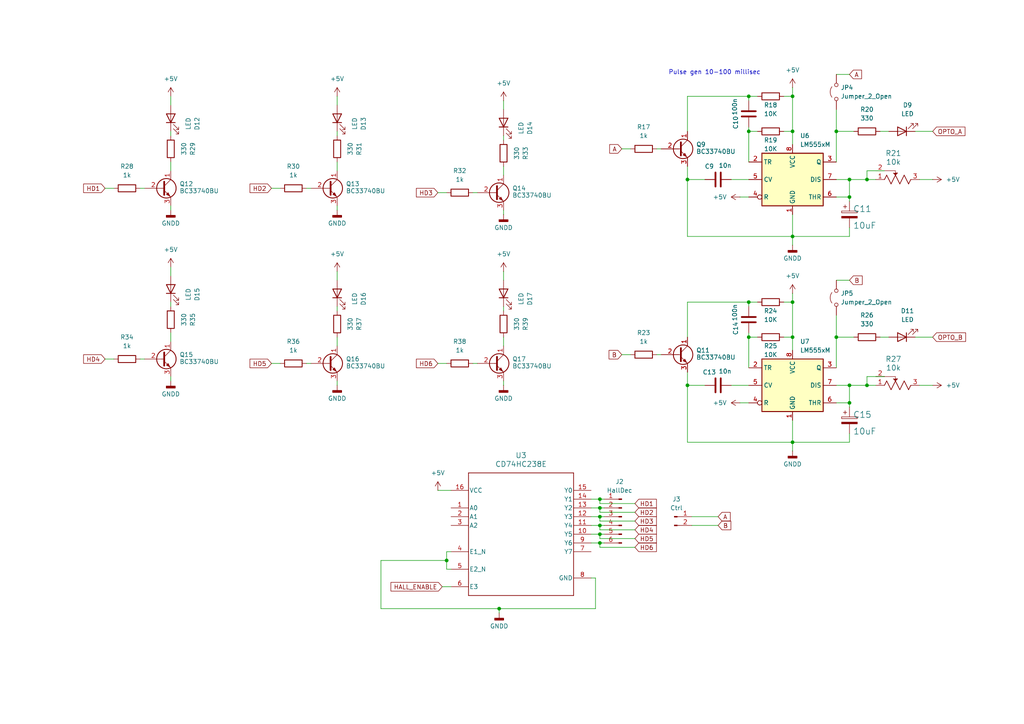
<source format=kicad_sch>
(kicad_sch (version 20231120) (generator "eeschema") (generator_version "8.0")
  (paper "A4")
  (lib_symbols
    (symbol "Component_Library:C_Pol_470uF" (pin_numbers hide) (pin_names (offset 0.254))
      (property "Reference" "C" (at 0.635 2.54 0))
      (property "Value" "C_Pol_470uF" (at 0.635 -2.54 0))
      (symbol "C_Pol_470uF_0_1"
        (rectangle (start -2.286 0.508) (end 2.286 1.016))
        (polyline (pts (xy -1.778 2.286) (xy -0.762 2.286)))
        (polyline (pts (xy -1.27 2.794) (xy -1.27 1.778)))
        (rectangle (start 2.286 -0.508) (end -2.286 -1.016) (fill (type outline)))
      )
      (symbol "C_Pol_470uF_1_1"
        (pin passive line (at 0 3.81 270) (length 2.794) (name "~") (number "1"))
        (pin passive line (at 0 -3.81 90) (length 2.794) (name "~") (number "2"))
      )
    )
    (symbol "Components:91AR10KLF" (pin_names (offset 0.254))
      (property "Reference" "R" (at 5.715 6.985 0))
      (property "Value" "10k" (at 6.35 -3.81 0))
      (symbol "91AR10KLF_1_1"
        (polyline (pts (xy 2.54 0) (xy 3.175 1.27)) (stroke (width 0.2032)))
        (polyline (pts (xy 2.54 2.54) (xy 5.715 2.54)) (stroke (width 0.127)))
        (polyline (pts (xy 3.175 1.27) (xy 4.445 -1.27)) (stroke (width 0.2032)))
        (polyline (pts (xy 4.445 -1.27) (xy 5.715 1.27)) (stroke (width 0.2032)))
        (polyline (pts (xy 5.715 1.27) (xy 6.985 -1.27)) (stroke (width 0.2032)))
        (polyline (pts (xy 5.715 2.54) (xy 5.715 1.27)) (stroke (width 0.127)))
        (polyline (pts (xy 6.985 -1.27) (xy 8.255 1.27)) (stroke (width 0.2032)))
        (polyline (pts (xy 8.255 1.27) (xy 9.525 -1.27)) (stroke (width 0.2032)))
        (polyline (pts (xy 9.525 -1.27) (xy 10.16 0)) (stroke (width 0.2032)))
        (polyline (pts (xy 5.08 1.905) (xy 5.715 1.27) (xy 6.35 1.905) (xy 5.715 1.905)) (fill (type outline)))
        (pin unspecified line (at 0 0 0) (length 2.54) (name "") (number "1"))
        (pin unspecified line (at 2.54 2.54 180) (length 2.54) (name "") (number "2"))
        (pin unspecified line (at 12.7 0 180) (length 2.54) (name "") (number "3"))
      )
    )
    (symbol "Components:BC33740BU" (pin_names (offset 0) hide)
      (property "Reference" "Q" (at 5.08 1.905 0))
      (property "Value" "BC33740BU" (at 5.08 0 0))
      (symbol "BC33740BU_0_1"
        (polyline (pts (xy 0 0) (xy 0.635 0)))
        (polyline (pts (xy 0.635 0.635) (xy 2.54 2.54)))
        (polyline (pts (xy 0.635 -0.635) (xy 2.54 -2.54) (xy 2.54 -2.54)))
        (polyline (pts (xy 0.635 1.905) (xy 0.635 -1.905) (xy 0.635 -1.905)) (stroke (width 0.508)))
        (polyline (pts (xy 1.27 -1.778) (xy 1.778 -1.27) (xy 2.286 -2.286) (xy 1.27 -1.778) (xy 1.27 -1.778)) (fill (type outline)))
        (circle (center 1.27 0) (radius 2.8194) (stroke (width 0.254)))
      )
      (symbol "BC33740BU_1_1"
        (pin passive line (at 2.54 5.08 270) (length 2.54) (name "C") (number "1"))
        (pin input line (at -5.08 0 0) (length 5.08) (name "B") (number "2"))
        (pin passive line (at 2.54 -5.08 90) (length 2.54) (name "E") (number "3"))
      )
    )
    (symbol "Components:CD74HC238E" (pin_names (offset 0.254))
      (property "Reference" "U" (at 0 2.54 0))
      (property "Value" "CD74HC238E" (at 0 0 0))
      (symbol "CD74HC238E_0_1"
        (polyline (pts (xy -15.24 -17.78) (xy 15.24 -17.78)) (stroke (width 0.2032)))
        (polyline (pts (xy -15.24 17.78) (xy -15.24 -17.78)) (stroke (width 0.2032)))
        (polyline (pts (xy 15.24 -17.78) (xy 15.24 17.78)) (stroke (width 0.2032)))
        (polyline (pts (xy 15.24 17.78) (xy -15.24 17.78)) (stroke (width 0.2032)))
        (pin input line (at -20.32 7.62 0) (length 5.08) (name "A0") (number "1"))
        (pin output line (at 20.32 0 180) (length 5.08) (name "Y5") (number "10"))
        (pin output line (at 20.32 2.54 180) (length 5.08) (name "Y4") (number "11"))
        (pin output line (at 20.32 5.08 180) (length 5.08) (name "Y3") (number "12"))
        (pin output line (at 20.32 7.62 180) (length 5.08) (name "Y2") (number "13"))
        (pin output line (at 20.32 10.16 180) (length 5.08) (name "Y1") (number "14"))
        (pin output line (at 20.32 12.7 180) (length 5.08) (name "Y0") (number "15"))
        (pin power_in line (at -20.32 12.7 0) (length 5.08) (name "VCC") (number "16"))
        (pin input line (at -20.32 5.08 0) (length 5.08) (name "A1") (number "2"))
        (pin input line (at -20.32 2.54 0) (length 5.08) (name "A2") (number "3"))
        (pin input line (at -20.32 -5.08 0) (length 5.08) (name "E1_N") (number "4"))
        (pin input line (at -20.32 -10.16 0) (length 5.08) (name "E2_N") (number "5"))
        (pin input line (at -20.32 -15.24 0) (length 5.08) (name "E3") (number "6"))
        (pin output line (at 20.32 -5.08 180) (length 5.08) (name "Y7") (number "7"))
        (pin power_in line (at 20.32 -12.7 180) (length 5.08) (name "GND") (number "8"))
        (pin output line (at 20.32 -2.54 180) (length 5.08) (name "Y6") (number "9"))
      )
    )
    (symbol "Connector:Conn_01x02_Pin" (pin_names (offset 1.016) hide)
      (property "Reference" "J" (at 0 2.54 0))
      (property "Value" "Conn_01x02_Pin" (at 0 -5.08 0))
      (symbol "Conn_01x02_Pin_1_1"
        (polyline (pts (xy 1.27 -2.54) (xy 0.8636 -2.54)) (stroke (width 0.1524)))
        (polyline (pts (xy 1.27 0) (xy 0.8636 0)) (stroke (width 0.1524)))
        (rectangle (start 0.8636 -2.413) (end 0 -2.667) (stroke (width 0.1524)) (fill (type outline)))
        (rectangle (start 0.8636 0.127) (end 0 -0.127) (stroke (width 0.1524)) (fill (type outline)))
        (pin passive line (at 5.08 0 180) (length 3.81) (name "Pin_1") (number "1"))
        (pin passive line (at 5.08 -2.54 180) (length 3.81) (name "Pin_2") (number "2"))
      )
    )
    (symbol "Connector:Conn_01x06_Pin" (pin_names (offset 1.016) hide)
      (property "Reference" "J" (at 0 7.62 0))
      (property "Value" "Conn_01x06_Pin" (at 0 -10.16 0))
      (symbol "Conn_01x06_Pin_1_1"
        (polyline (pts (xy 1.27 -7.62) (xy 0.8636 -7.62)) (stroke (width 0.1524)))
        (polyline (pts (xy 1.27 -5.08) (xy 0.8636 -5.08)) (stroke (width 0.1524)))
        (polyline (pts (xy 1.27 -2.54) (xy 0.8636 -2.54)) (stroke (width 0.1524)))
        (polyline (pts (xy 1.27 0) (xy 0.8636 0)) (stroke (width 0.1524)))
        (polyline (pts (xy 1.27 2.54) (xy 0.8636 2.54)) (stroke (width 0.1524)))
        (polyline (pts (xy 1.27 5.08) (xy 0.8636 5.08)) (stroke (width 0.1524)))
        (rectangle (start 0.8636 -7.493) (end 0 -7.747) (stroke (width 0.1524)) (fill (type outline)))
        (rectangle (start 0.8636 -4.953) (end 0 -5.207) (stroke (width 0.1524)) (fill (type outline)))
        (rectangle (start 0.8636 -2.413) (end 0 -2.667) (stroke (width 0.1524)) (fill (type outline)))
        (rectangle (start 0.8636 0.127) (end 0 -0.127) (stroke (width 0.1524)) (fill (type outline)))
        (rectangle (start 0.8636 2.667) (end 0 2.413) (stroke (width 0.1524)) (fill (type outline)))
        (rectangle (start 0.8636 5.207) (end 0 4.953) (stroke (width 0.1524)) (fill (type outline)))
        (pin passive line (at 5.08 5.08 180) (length 3.81) (name "Pin_1") (number "1"))
        (pin passive line (at 5.08 2.54 180) (length 3.81) (name "Pin_2") (number "2"))
        (pin passive line (at 5.08 0 180) (length 3.81) (name "Pin_3") (number "3"))
        (pin passive line (at 5.08 -2.54 180) (length 3.81) (name "Pin_4") (number "4"))
        (pin passive line (at 5.08 -5.08 180) (length 3.81) (name "Pin_5") (number "5"))
        (pin passive line (at 5.08 -7.62 180) (length 3.81) (name "Pin_6") (number "6"))
      )
    )
    (symbol "Device:C" (pin_numbers hide) (pin_names (offset 0.254))
      (property "Reference" "C" (at 0.635 2.54 0))
      (property "Value" "C" (at 0.635 -2.54 0))
      (symbol "C_0_1"
        (polyline (pts (xy -2.032 -0.762) (xy 2.032 -0.762)) (stroke (width 0.508)))
        (polyline (pts (xy -2.032 0.762) (xy 2.032 0.762)) (stroke (width 0.508)))
      )
      (symbol "C_1_1"
        (pin passive line (at 0 3.81 270) (length 2.794) (name "~") (number "1"))
        (pin passive line (at 0 -3.81 90) (length 2.794) (name "~") (number "2"))
      )
    )
    (symbol "Device:LED" (pin_numbers hide) (pin_names (offset 1.016) hide)
      (property "Reference" "D" (at 0 2.54 0))
      (property "Value" "LED" (at 0 -2.54 0))
      (symbol "LED_0_1"
        (polyline (pts (xy -1.27 -1.27) (xy -1.27 1.27)) (stroke (width 0.254)))
        (polyline (pts (xy -1.27 0) (xy 1.27 0)))
        (polyline (pts (xy 1.27 -1.27) (xy 1.27 1.27) (xy -1.27 0) (xy 1.27 -1.27)) (stroke (width 0.254)))
        (polyline (pts (xy -3.048 -0.762) (xy -4.572 -2.286) (xy -3.81 -2.286) (xy -4.572 -2.286) (xy -4.572 -1.524)))
        (polyline (pts (xy -1.778 -0.762) (xy -3.302 -2.286) (xy -2.54 -2.286) (xy -3.302 -2.286) (xy -3.302 -1.524)))
      )
      (symbol "LED_1_1"
        (pin passive line (at -3.81 0 0) (length 2.54) (name "K") (number "1"))
        (pin passive line (at 3.81 0 180) (length 2.54) (name "A") (number "2"))
      )
    )
    (symbol "Device:R" (pin_numbers hide) (pin_names (offset 0))
      (property "Reference" "R" (at 2.032 0 90))
      (property "Value" "R" (at 0 0 90))
      (symbol "R_0_1"
        (rectangle (start -1.016 -2.54) (end 1.016 2.54) (stroke (width 0.254)))
      )
      (symbol "R_1_1"
        (pin passive line (at 0 3.81 270) (length 1.27) (name "~") (number "1"))
        (pin passive line (at 0 -3.81 90) (length 1.27) (name "~") (number "2"))
      )
    )
    (symbol "Jumper:Jumper_2_Open" (pin_numbers hide) (pin_names (offset 0) hide) (exclude_from_sim yes)
      (property "Reference" "JP" (at 0 2.794 0))
      (property "Value" "Jumper_2_Open" (at 0 -2.286 0))
      (symbol "Jumper_2_Open_0_0"
        (circle (center -2.032 0) (radius 0.508))
        (circle (center 2.032 0) (radius 0.508))
      )
      (symbol "Jumper_2_Open_0_1"
        (arc (start 1.524 1.27) (mid 0 1.778) (end -1.524 1.27))
      )
      (symbol "Jumper_2_Open_1_1"
        (pin passive line (at -5.08 0 0) (length 2.54) (name "A") (number "1"))
        (pin passive line (at 5.08 0 180) (length 2.54) (name "B") (number "2"))
      )
    )
    (symbol "Timer:LM555xM"
      (property "Reference" "U" (at -10.16 8.89 0))
      (property "Value" "LM555xM" (at 2.54 8.89 0))
      (symbol "LM555xM_0_0"
        (pin power_in line (at 0 -10.16 90) (length 2.54) (name "GND") (number "1"))
        (pin power_in line (at 0 10.16 270) (length 2.54) (name "VCC") (number "8"))
      )
      (symbol "LM555xM_0_1"
        (rectangle (start -8.89 -7.62) (end 8.89 7.62) (stroke (width 0.254)) (fill (type background)))
        (rectangle (start -8.89 -7.62) (end 8.89 7.62) (stroke (width 0.254)) (fill (type background)))
      )
      (symbol "LM555xM_1_1"
        (pin input line (at -12.7 5.08 0) (length 3.81) (name "TR") (number "2"))
        (pin output line (at 12.7 5.08 180) (length 3.81) (name "Q") (number "3"))
        (pin input inverted (at -12.7 -5.08 0) (length 3.81) (name "R") (number "4"))
        (pin input line (at -12.7 0 0) (length 3.81) (name "CV") (number "5"))
        (pin input line (at 12.7 -5.08 180) (length 3.81) (name "THR") (number "6"))
        (pin input line (at 12.7 0 180) (length 3.81) (name "DIS") (number "7"))
      )
    )
    (symbol "power:+5V" (power) (pin_numbers hide) (pin_names (offset 0) hide)
      (property "Value" "+5V" (at 0 3.556 0))
      (symbol "+5V_0_1"
        (polyline (pts (xy -0.762 1.27) (xy 0 2.54)))
        (polyline (pts (xy 0 0) (xy 0 2.54)))
        (polyline (pts (xy 0 2.54) (xy 0.762 1.27)))
      )
      (symbol "+5V_1_1"
        (pin power_in line (at 0 0 90) (length 0) (name "~") (number "1"))
      )
    )
    (symbol "power:GNDD" (power) (pin_numbers hide) (pin_names (offset 0) hide)
      (property "Value" "GNDD" (at 0 -3.175 0))
      (symbol "GNDD_0_1"
        (rectangle (start -1.27 -1.524) (end 1.27 -2.032) (stroke (width 0.254)) (fill (type outline)))
        (polyline (pts (xy 0 0) (xy 0 -1.524)))
      )
      (symbol "GNDD_1_1"
        (pin power_in line (at 0 0 270) (length 0) (name "~") (number "1"))
      )
    )
  )
  (junction (at 199.39 52.07))
  (junction (at 173.99 152.4))
  (junction (at 251.46 111.76))
  (junction (at 217.17 38.1))
  (junction (at 173.99 147.32))
  (junction (at 246.38 111.76))
  (junction (at 173.99 154.94))
  (junction (at 129.54 162.56))
  (junction (at 251.46 52.07))
  (junction (at 217.17 27.94))
  (junction (at 246.38 116.84))
  (junction (at 242.57 97.79))
  (junction (at 173.99 144.78))
  (junction (at 144.78 176.53))
  (junction (at 229.87 27.94))
  (junction (at 229.87 128.27))
  (junction (at 242.57 38.1))
  (junction (at 173.99 149.86))
  (junction (at 246.38 57.15))
  (junction (at 173.99 157.48))
  (junction (at 229.87 38.1))
  (junction (at 229.87 68.58))
  (junction (at 229.87 97.79))
  (junction (at 217.17 97.79))
  (junction (at 229.87 87.63))
  (junction (at 199.39 111.76))
  (junction (at 246.38 52.07))
  (junction (at 217.17 87.63))
  (wire (pts (xy 190.5 102.87) (xy 191.77 102.87)))
  (wire (pts (xy 255.27 97.79) (xy 257.81 97.79)))
  (wire (pts (xy 127 55.88) (xy 129.54 55.88)))
  (wire (pts (xy 97.79 97.79) (xy 97.79 100.33)))
  (wire (pts (xy 173.99 154.94) (xy 175.26 154.94)))
  (wire (pts (xy 266.7 52.07) (xy 270.51 52.07)))
  (wire (pts (xy 110.49 162.56) (xy 110.49 176.53)))
  (wire (pts (xy 88.9 105.41) (xy 90.17 105.41)))
  (wire (pts (xy 49.53 38.1) (xy 49.53 39.37)))
  (wire (pts (xy 246.38 116.84) (xy 242.57 116.84)))
  (wire (pts (xy 247.65 38.1) (xy 242.57 38.1)))
  (wire (pts (xy 97.79 27.94) (xy 97.79 30.48)))
  (wire (pts (xy 246.38 111.76) (xy 246.38 116.84)))
  (wire (pts (xy 173.99 158.75) (xy 173.99 157.48)))
  (wire (pts (xy 251.46 109.22) (xy 251.46 111.76)))
  (wire (pts (xy 171.45 149.86) (xy 173.99 149.86)))
  (wire (pts (xy 246.38 66.04) (xy 246.38 68.58)))
  (wire (pts (xy 242.57 38.1) (xy 242.57 46.99)))
  (wire (pts (xy 97.79 110.49) (xy 97.79 111.76)))
  (wire (pts (xy 144.78 176.53) (xy 144.78 177.8)))
  (wire (pts (xy 184.15 158.75) (xy 173.99 158.75)))
  (wire (pts (xy 49.53 59.69) (xy 49.53 60.96)))
  (wire (pts (xy 97.79 88.9) (xy 97.79 90.17)))
  (wire (pts (xy 214.63 57.15) (xy 217.17 57.15)))
  (wire (pts (xy 146.05 88.9) (xy 146.05 90.17)))
  (wire (pts (xy 110.49 176.53) (xy 144.78 176.53)))
  (wire (pts (xy 171.45 157.48) (xy 173.99 157.48)))
  (wire (pts (xy 199.39 52.07) (xy 204.47 52.07)))
  (wire (pts (xy 172.72 167.64) (xy 172.72 176.53)))
  (wire (pts (xy 229.87 62.23) (xy 229.87 68.58)))
  (wire (pts (xy 199.39 111.76) (xy 199.39 128.27)))
  (wire (pts (xy 256.54 49.53) (xy 251.46 49.53)))
  (wire (pts (xy 130.81 165.1) (xy 129.54 165.1)))
  (wire (pts (xy 217.17 36.83) (xy 217.17 38.1)))
  (wire (pts (xy 173.99 149.86) (xy 175.26 149.86)))
  (wire (pts (xy 246.38 52.07) (xy 251.46 52.07)))
  (wire (pts (xy 219.71 27.94) (xy 217.17 27.94)))
  (wire (pts (xy 173.99 148.59) (xy 173.99 147.32)))
  (wire (pts (xy 242.57 97.79) (xy 242.57 106.68)))
  (wire (pts (xy 217.17 87.63) (xy 217.17 88.9)))
  (wire (pts (xy 184.15 148.59) (xy 173.99 148.59)))
  (wire (pts (xy 246.38 111.76) (xy 251.46 111.76)))
  (wire (pts (xy 199.39 111.76) (xy 204.47 111.76)))
  (wire (pts (xy 144.78 176.53) (xy 172.72 176.53)))
  (wire (pts (xy 137.16 105.41) (xy 138.43 105.41)))
  (wire (pts (xy 146.05 29.21) (xy 146.05 31.75)))
  (wire (pts (xy 97.79 38.1) (xy 97.79 39.37)))
  (wire (pts (xy 214.63 116.84) (xy 217.17 116.84)))
  (wire (pts (xy 246.38 57.15) (xy 242.57 57.15)))
  (wire (pts (xy 97.79 78.74) (xy 97.79 81.28)))
  (wire (pts (xy 146.05 78.74) (xy 146.05 81.28)))
  (wire (pts (xy 40.64 54.61) (xy 41.91 54.61)))
  (wire (pts (xy 49.53 77.47) (xy 49.53 80.01)))
  (wire (pts (xy 217.17 96.52) (xy 217.17 97.79)))
  (wire (pts (xy 146.05 110.49) (xy 146.05 111.76)))
  (wire (pts (xy 229.87 68.58) (xy 229.87 71.12)))
  (wire (pts (xy 184.15 156.21) (xy 173.99 156.21)))
  (wire (pts (xy 173.99 147.32) (xy 175.26 147.32)))
  (wire (pts (xy 242.57 21.59) (xy 246.38 21.59)))
  (wire (pts (xy 229.87 27.94) (xy 229.87 38.1)))
  (wire (pts (xy 146.05 39.37) (xy 146.05 40.64)))
  (wire (pts (xy 129.54 160.02) (xy 129.54 162.56)))
  (wire (pts (xy 199.39 27.94) (xy 199.39 38.1)))
  (wire (pts (xy 127 105.41) (xy 129.54 105.41)))
  (wire (pts (xy 200.66 152.4) (xy 208.28 152.4)))
  (wire (pts (xy 200.66 149.86) (xy 208.28 149.86)))
  (wire (pts (xy 219.71 87.63) (xy 217.17 87.63)))
  (wire (pts (xy 49.53 46.99) (xy 49.53 49.53)))
  (wire (pts (xy 78.74 54.61) (xy 81.28 54.61)))
  (wire (pts (xy 242.57 91.44) (xy 242.57 97.79)))
  (wire (pts (xy 30.48 104.14) (xy 33.02 104.14)))
  (wire (pts (xy 199.39 107.95) (xy 199.39 111.76)))
  (wire (pts (xy 242.57 52.07) (xy 246.38 52.07)))
  (wire (pts (xy 229.87 97.79) (xy 229.87 101.6)))
  (wire (pts (xy 171.45 144.78) (xy 173.99 144.78)))
  (wire (pts (xy 246.38 52.07) (xy 246.38 57.15)))
  (wire (pts (xy 242.57 31.75) (xy 242.57 38.1)))
  (wire (pts (xy 199.39 87.63) (xy 199.39 97.79)))
  (wire (pts (xy 199.39 48.26) (xy 199.39 52.07)))
  (wire (pts (xy 173.99 156.21) (xy 173.99 154.94)))
  (wire (pts (xy 246.38 58.42) (xy 246.38 57.15)))
  (wire (pts (xy 227.33 87.63) (xy 229.87 87.63)))
  (wire (pts (xy 246.38 118.11) (xy 246.38 116.84)))
  (wire (pts (xy 242.57 81.28) (xy 246.38 81.28)))
  (wire (pts (xy 229.87 121.92) (xy 229.87 128.27)))
  (wire (pts (xy 88.9 54.61) (xy 90.17 54.61)))
  (wire (pts (xy 171.45 147.32) (xy 173.99 147.32)))
  (wire (pts (xy 173.99 146.05) (xy 173.99 144.78)))
  (wire (pts (xy 137.16 55.88) (xy 138.43 55.88)))
  (wire (pts (xy 251.46 52.07) (xy 254 52.07)))
  (wire (pts (xy 97.79 46.99) (xy 97.79 49.53)))
  (wire (pts (xy 129.54 162.56) (xy 110.49 162.56)))
  (wire (pts (xy 127 142.24) (xy 130.81 142.24)))
  (wire (pts (xy 227.33 38.1) (xy 229.87 38.1)))
  (wire (pts (xy 199.39 68.58) (xy 229.87 68.58)))
  (wire (pts (xy 171.45 152.4) (xy 173.99 152.4)))
  (wire (pts (xy 180.34 43.18) (xy 182.88 43.18)))
  (wire (pts (xy 49.53 87.63) (xy 49.53 88.9)))
  (wire (pts (xy 219.71 38.1) (xy 217.17 38.1)))
  (wire (pts (xy 146.05 60.96) (xy 146.05 62.23)))
  (wire (pts (xy 171.45 154.94) (xy 173.99 154.94)))
  (wire (pts (xy 30.48 54.61) (xy 33.02 54.61)))
  (wire (pts (xy 251.46 111.76) (xy 254 111.76)))
  (wire (pts (xy 146.05 97.79) (xy 146.05 100.33)))
  (wire (pts (xy 256.54 109.22) (xy 251.46 109.22)))
  (wire (pts (xy 246.38 68.58) (xy 229.87 68.58)))
  (wire (pts (xy 130.81 160.02) (xy 129.54 160.02)))
  (wire (pts (xy 173.99 152.4) (xy 175.26 152.4)))
  (wire (pts (xy 229.87 25.4) (xy 229.87 27.94)))
  (wire (pts (xy 173.99 153.67) (xy 173.99 152.4)))
  (wire (pts (xy 184.15 153.67) (xy 173.99 153.67)))
  (wire (pts (xy 265.43 97.79) (xy 270.51 97.79)))
  (wire (pts (xy 266.7 111.76) (xy 270.51 111.76)))
  (wire (pts (xy 49.53 96.52) (xy 49.53 99.06)))
  (wire (pts (xy 247.65 97.79) (xy 242.57 97.79)))
  (wire (pts (xy 199.39 27.94) (xy 217.17 27.94)))
  (wire (pts (xy 219.71 97.79) (xy 217.17 97.79)))
  (wire (pts (xy 173.99 157.48) (xy 175.26 157.48)))
  (wire (pts (xy 212.09 52.07) (xy 217.17 52.07)))
  (wire (pts (xy 242.57 111.76) (xy 246.38 111.76)))
  (wire (pts (xy 246.38 125.73) (xy 246.38 128.27)))
  (wire (pts (xy 129.54 162.56) (xy 129.54 165.1)))
  (wire (pts (xy 173.99 144.78) (xy 175.26 144.78)))
  (wire (pts (xy 217.17 38.1) (xy 217.17 46.99)))
  (wire (pts (xy 180.34 102.87) (xy 182.88 102.87)))
  (wire (pts (xy 265.43 38.1) (xy 270.51 38.1)))
  (wire (pts (xy 171.45 167.64) (xy 172.72 167.64)))
  (wire (pts (xy 199.39 128.27) (xy 229.87 128.27)))
  (wire (pts (xy 199.39 87.63) (xy 217.17 87.63)))
  (wire (pts (xy 146.05 48.26) (xy 146.05 50.8)))
  (wire (pts (xy 227.33 97.79) (xy 229.87 97.79)))
  (wire (pts (xy 199.39 52.07) (xy 199.39 68.58)))
  (wire (pts (xy 217.17 97.79) (xy 217.17 106.68)))
  (wire (pts (xy 255.27 38.1) (xy 257.81 38.1)))
  (wire (pts (xy 246.38 128.27) (xy 229.87 128.27)))
  (wire (pts (xy 173.99 151.13) (xy 173.99 149.86)))
  (wire (pts (xy 128.27 170.18) (xy 130.81 170.18)))
  (wire (pts (xy 229.87 128.27) (xy 229.87 130.81)))
  (wire (pts (xy 97.79 59.69) (xy 97.79 60.96)))
  (wire (pts (xy 229.87 38.1) (xy 229.87 41.91)))
  (wire (pts (xy 190.5 43.18) (xy 191.77 43.18)))
  (wire (pts (xy 184.15 146.05) (xy 173.99 146.05)))
  (wire (pts (xy 78.74 105.41) (xy 81.28 105.41)))
  (wire (pts (xy 229.87 87.63) (xy 229.87 97.79)))
  (wire (pts (xy 40.64 104.14) (xy 41.91 104.14)))
  (wire (pts (xy 212.09 111.76) (xy 217.17 111.76)))
  (wire (pts (xy 227.33 27.94) (xy 229.87 27.94)))
  (wire (pts (xy 184.15 151.13) (xy 173.99 151.13)))
  (wire (pts (xy 49.53 109.22) (xy 49.53 110.49)))
  (wire (pts (xy 251.46 49.53) (xy 251.46 52.07)))
  (wire (pts (xy 49.53 27.94) (xy 49.53 30.48)))
  (wire (pts (xy 217.17 27.94) (xy 217.17 29.21)))
  (wire (pts (xy 229.87 85.09) (xy 229.87 87.63)))
  (text "Pulse gen 10-100 millisec" (at 207.264 21.082 0) (effects (font (size 1.27 1.27))))
  (global_label "OPTO_A" (shape input) (at 270.51 38.1 0) (property "Intersheetrefs" "${INTERSHEET_REFS}" (effects (hide yes))))
  (global_label "HD1" (shape input) (at 184.15 146.05 0) (property "Intersheetrefs" "${INTERSHEET_REFS}" (effects (hide yes))))
  (global_label "A" (shape input) (at 208.28 149.86 0) (property "Intersheetrefs" "${INTERSHEET_REFS}" (effects (hide yes))))
  (global_label "HD5" (shape input) (at 78.74 105.41 180) (property "Intersheetrefs" "${INTERSHEET_REFS}" (effects (hide yes))))
  (global_label "HD1" (shape input) (at 30.48 54.61 180) (property "Intersheetrefs" "${INTERSHEET_REFS}" (effects (hide yes))))
  (global_label "HALL_ENABLE" (shape input) (at 128.27 170.18 180) (property "Intersheetrefs" "${INTERSHEET_REFS}" (effects (hide yes))))
  (global_label "B" (shape input) (at 180.34 102.87 180) (property "Intersheetrefs" "${INTERSHEET_REFS}" (effects (hide yes))))
  (global_label "HD2" (shape input) (at 78.74 54.61 180) (property "Intersheetrefs" "${INTERSHEET_REFS}" (effects (hide yes))))
  (global_label "HD4" (shape input) (at 184.15 153.67 0) (property "Intersheetrefs" "${INTERSHEET_REFS}" (effects (hide yes))))
  (global_label "HD6" (shape input) (at 127 105.41 180) (property "Intersheetrefs" "${INTERSHEET_REFS}" (effects (hide yes))))
  (global_label "A" (shape input) (at 180.34 43.18 180) (property "Intersheetrefs" "${INTERSHEET_REFS}" (effects (hide yes))))
  (global_label "HD3" (shape input) (at 127 55.88 180) (property "Intersheetrefs" "${INTERSHEET_REFS}" (effects (hide yes))))
  (global_label "HD4" (shape input) (at 30.48 104.14 180) (property "Intersheetrefs" "${INTERSHEET_REFS}" (effects (hide yes))))
  (global_label "B" (shape input) (at 246.38 81.28 0) (property "Intersheetrefs" "${INTERSHEET_REFS}" (effects (hide yes))))
  (global_label "B" (shape input) (at 208.28 152.4 0) (property "Intersheetrefs" "${INTERSHEET_REFS}" (effects (hide yes))))
  (global_label "HD5" (shape input) (at 184.15 156.21 0) (property "Intersheetrefs" "${INTERSHEET_REFS}" (effects (hide yes))))
  (global_label "HD3" (shape input) (at 184.15 151.13 0) (property "Intersheetrefs" "${INTERSHEET_REFS}" (effects (hide yes))))
  (global_label "HD6" (shape input) (at 184.15 158.75 0) (property "Intersheetrefs" "${INTERSHEET_REFS}" (effects (hide yes))))
  (global_label "HD2" (shape input) (at 184.15 148.59 0) (property "Intersheetrefs" "${INTERSHEET_REFS}" (effects (hide yes))))
  (global_label "OPTO_B" (shape input) (at 270.51 97.79 0) (property "Intersheetrefs" "${INTERSHEET_REFS}" (effects (hide yes))))
  (global_label "A" (shape input) (at 246.38 21.59 0) (property "Intersheetrefs" "${INTERSHEET_REFS}" (effects (hide yes))))
  (symbol (lib_id "Device:R") (at 49.53 43.18 0) (unit 1)
    (property "Reference" "R29" (at 55.88 43.18 90))
    (property "Value" "330" (at 53.34 43.18 90))
    (property "Footprint" "Resistor_THT:R_Axial_DIN0207_L6.3mm_D2.5mm_P10.16mm_Horizontal" (effects (hide yes)))
  )
  (symbol (lib_id "Device:R") (at 36.83 104.14 90) (unit 1)
    (property "Reference" "R34" (at 36.83 97.79 90))
    (property "Value" "1k" (at 36.83 100.33 90))
    (property "Footprint" "Resistor_THT:R_Axial_DIN0207_L6.3mm_D2.5mm_P10.16mm_Horizontal" (effects (hide yes)))
  )
  (symbol (lib_id "Device:R") (at 186.69 102.87 90) (unit 1)
    (property "Reference" "R23" (at 186.69 96.52 90))
    (property "Value" "1k" (at 186.69 99.06 90))
    (property "Footprint" "Resistor_THT:R_Axial_DIN0207_L6.3mm_D2.5mm_P10.16mm_Horizontal" (effects (hide yes)))
  )
  (symbol (lib_id "Connector:Conn_01x02_Pin") (at 195.58 149.86 0) (unit 1)
    (property "Reference" "J3" (at 196.215 144.78 0))
    (property "Value" "Ctrl" (at 196.215 147.32 0))
    (property "Footprint" "Connector_PinHeader_2.54mm:PinHeader_1x02_P2.54mm_Vertical" (effects (hide yes)))
    (property "Description" "Generic connector, single row, 01x02, script generated" (effects (hide yes)))
  )
  (symbol (lib_id "Components:BC33740BU") (at 46.99 104.14 0) (unit 1)
    (property "Reference" "Q15" (at 52.07 102.8699 0) (effects (justify left)))
    (property "Value" "BC33740BU" (at 52.07 104.902 0) (effects (justify left)))
    (property "Footprint" "Package_TO_SOT_THT:TO-92_Inline" (effects (hide yes)))
    (property "Datasheet" "https://rocelec.widen.net/view/pdf/hcqqbqwrik/ONSM-S-A0003590550-1.pdf" (effects (hide yes)))
    (property "Description" "TRANS NPN 45V 0.8A TO92-3" (effects (hide yes)))
    (property "Digikey" "https://www.digikey.nl/short/0dchvj3v" (effects (hide yes)))
  )
  (symbol (lib_id "Device:LED") (at 261.62 38.1 180) (unit 1)
    (property "Reference" "D9" (at 263.2075 30.48 0))
    (property "Value" "LED" (at 263.2075 33.02 0))
    (property "Footprint" "LED_THT:LED_D5.0mm" (effects (hide yes)))
  )
  (symbol (lib_id "Device:R") (at 36.83 54.61 90) (unit 1)
    (property "Reference" "R28" (at 36.83 48.26 90))
    (property "Value" "1k" (at 36.83 50.8 90))
    (property "Footprint" "Resistor_THT:R_Axial_DIN0207_L6.3mm_D2.5mm_P10.16mm_Horizontal" (effects (hide yes)))
  )
  (symbol (lib_id "Device:R") (at 146.05 44.45 0) (unit 1)
    (property "Reference" "R33" (at 152.4 44.45 90))
    (property "Value" "330" (at 149.86 44.45 90))
    (property "Footprint" "Resistor_THT:R_Axial_DIN0207_L6.3mm_D2.5mm_P10.16mm_Horizontal" (effects (hide yes)))
  )
  (symbol (lib_id "power:GNDD") (at 49.53 60.96 0) (unit 1)
    (property "Reference" "#PWR019" (effects (hide yes)))
    (property "Value" "GNDD" (at 49.53 64.77 0))
    (property "Description" "Power symbol creates a global label with name \"GNDD\" , digital ground" (effects (hide yes)))
  )
  (symbol (lib_id "Device:LED") (at 49.53 83.82 90) (unit 1)
    (property "Reference" "D15" (at 57.15 85.4075 0))
    (property "Value" "LED" (at 54.61 85.4075 0))
    (property "Footprint" "LED_THT:LED_D5.0mm" (effects (hide yes)))
  )
  (symbol (lib_id "Device:R") (at 133.35 105.41 90) (unit 1)
    (property "Reference" "R38" (at 133.35 99.06 90))
    (property "Value" "1k" (at 133.35 101.6 90))
    (property "Footprint" "Resistor_THT:R_Axial_DIN0207_L6.3mm_D2.5mm_P10.16mm_Horizontal" (effects (hide yes)))
  )
  (symbol (lib_id "Device:R") (at 85.09 54.61 90) (unit 1)
    (property "Reference" "R30" (at 85.09 48.26 90))
    (property "Value" "1k" (at 85.09 50.8 90))
    (property "Footprint" "Resistor_THT:R_Axial_DIN0207_L6.3mm_D2.5mm_P10.16mm_Horizontal" (effects (hide yes)))
  )
  (symbol (lib_id "Device:C") (at 217.17 92.71 180) (unit 1)
    (property "Reference" "C14" (at 213.36 95.25 90))
    (property "Value" "100n" (at 213.106 90.678 90))
    (property "Footprint" "Capacitor_THT:C_Disc_D4.7mm_W2.5mm_P5.00mm" (effects (hide yes)))
    (property "Datasheet" "https://content.kemet.com/datasheets/KEM_F3101_R82.pdf" (effects (hide yes)))
    (property "Description" "CAP FILM 0.1UF 10% 100VDC RADIAL" (effects (hide yes)))
    (property "Digikey" "https://www.digikey.nl/short/zm4tbz4q" (effects (hide yes)))
  )
  (symbol (lib_id "Jumper:Jumper_2_Open") (at 242.57 86.36 90) (unit 1) (exclude_from_sim yes)
    (property "Reference" "JP5" (at 243.84 85.0899 90) (effects (justify right)))
    (property "Value" "Jumper_2_Open" (at 243.84 87.6299 90) (effects (justify right)))
    (property "Footprint" "Connector_PinHeader_2.54mm:PinHeader_1x02_P2.54mm_Vertical" (effects (hide yes)))
    (property "Description" "Jumper, 2-pole, open" (effects (hide yes)))
  )
  (symbol (lib_id "Device:R") (at 97.79 43.18 0) (unit 1)
    (property "Reference" "R31" (at 104.14 43.18 90))
    (property "Value" "330" (at 101.6 43.18 90))
    (property "Footprint" "Resistor_THT:R_Axial_DIN0207_L6.3mm_D2.5mm_P10.16mm_Horizontal" (effects (hide yes)))
  )
  (symbol (lib_id "Jumper:Jumper_2_Open") (at 242.57 26.67 90) (unit 1) (exclude_from_sim yes)
    (property "Reference" "JP4" (at 243.84 25.3999 90) (effects (justify right)))
    (property "Value" "Jumper_2_Open" (at 243.84 27.9399 90) (effects (justify right)))
    (property "Footprint" "Connector_PinHeader_2.54mm:PinHeader_1x02_P2.54mm_Vertical" (effects (hide yes)))
    (property "Description" "Jumper, 2-pole, open" (effects (hide yes)))
  )
  (symbol (lib_id "power:+5V") (at 270.51 111.76 270) (unit 1)
    (property "Reference" "#PWR018" (effects (hide yes)))
    (property "Value" "+5V" (at 274.32 111.7599 90) (effects (justify left)))
    (property "Description" "Power symbol creates a global label with name \"+5V\"" (effects (hide yes)))
  )
  (symbol (lib_id "Device:LED") (at 261.62 97.79 180) (unit 1)
    (property "Reference" "D11" (at 263.2075 90.17 0))
    (property "Value" "LED" (at 263.2075 92.71 0))
    (property "Footprint" "LED_THT:LED_D5.0mm" (effects (hide yes)))
  )
  (symbol (lib_id "power:+5V") (at 214.63 57.15 90) (unit 1)
    (property "Reference" "#PWR011" (effects (hide yes)))
    (property "Value" "+5V" (at 210.82 57.1499 90) (effects (justify left)))
    (property "Description" "Power symbol creates a global label with name \"+5V\"" (effects (hide yes)))
  )
  (symbol (lib_id "Components:BC33740BU") (at 143.51 55.88 0) (unit 1)
    (property "Reference" "Q14" (at 148.59 54.6099 0) (effects (justify left)))
    (property "Value" "BC33740BU" (at 148.59 56.642 0) (effects (justify left)))
    (property "Footprint" "Package_TO_SOT_THT:TO-92_Inline" (effects (hide yes)))
    (property "Datasheet" "https://rocelec.widen.net/view/pdf/hcqqbqwrik/ONSM-S-A0003590550-1.pdf" (effects (hide yes)))
    (property "Description" "TRANS NPN 45V 0.8A TO92-3" (effects (hide yes)))
    (property "Digikey" "https://www.digikey.nl/short/0dchvj3v" (effects (hide yes)))
  )
  (symbol (lib_id "power:+5V") (at 146.05 29.21 0) (unit 1)
    (property "Reference" "#PWR023" (effects (hide yes)))
    (property "Value" "+5V" (at 146.05 24.13 0))
    (property "Description" "Power symbol creates a global label with name \"+5V\"" (effects (hide yes)))
  )
  (symbol (lib_id "power:+5V") (at 127 142.24 0) (unit 1)
    (property "Reference" "#PWR09" (effects (hide yes)))
    (property "Value" "+5V" (at 127 137.16 0))
    (property "Description" "Power symbol creates a global label with name \"+5V\"" (effects (hide yes)))
  )
  (symbol (lib_id "power:GNDD") (at 229.87 130.81 0) (unit 1)
    (property "Reference" "#PWR017" (effects (hide yes)))
    (property "Value" "GNDD" (at 229.87 134.62 0))
    (property "Description" "Power symbol creates a global label with name \"GNDD\" , digital ground" (effects (hide yes)))
  )
  (symbol (lib_id "Device:C") (at 208.28 52.07 90) (unit 1)
    (property "Reference" "C9" (at 205.74 48.26 90))
    (property "Value" "10n" (at 210.312 48.006 90))
    (property "Footprint" "Capacitor_THT:C_Disc_D4.7mm_W2.5mm_P5.00mm" (effects (hide yes)))
  )
  (symbol (lib_id "Timer:LM555xM") (at 229.87 52.07 0) (unit 1)
    (property "Reference" "U6" (at 232.0641 39.37 0) (effects (justify left)))
    (property "Value" "LM555xM" (at 232.0641 41.91 0) (effects (justify left)))
    (property "Footprint" "Package_DIP:DIP-8_W7.62mm_LongPads" (effects (hide yes)))
    (property "Datasheet" "https://www.ti.com/lit/ds/symlink/se555.pdf" (effects (hide yes)))
    (property "Description" "IC OSC SINGLE TIMER 100KHZ 8-DIP" (effects (hide yes)))
    (property "Digikey" "https://www.digikey.nl/short/b5tb7c4v" (effects (hide yes)))
  )
  (symbol (lib_id "power:GNDD") (at 144.78 177.8 0) (unit 1)
    (property "Reference" "#PWR010" (effects (hide yes)))
    (property "Value" "GNDD" (at 144.78 181.61 0))
    (property "Description" "Power symbol creates a global label with name \"GNDD\" , digital ground" (effects (hide yes)))
  )
  (symbol (lib_id "Components:BC33740BU") (at 95.25 54.61 0) (unit 1)
    (property "Reference" "Q13" (at 100.33 53.3399 0) (effects (justify left)))
    (property "Value" "BC33740BU" (at 100.33 55.372 0) (effects (justify left)))
    (property "Footprint" "Package_TO_SOT_THT:TO-92_Inline" (effects (hide yes)))
    (property "Datasheet" "https://rocelec.widen.net/view/pdf/hcqqbqwrik/ONSM-S-A0003590550-1.pdf" (effects (hide yes)))
    (property "Description" "TRANS NPN 45V 0.8A TO92-3" (effects (hide yes)))
    (property "Digikey" "https://www.digikey.nl/short/0dchvj3v" (effects (hide yes)))
  )
  (symbol (lib_id "Device:R") (at 49.53 92.71 0) (unit 1)
    (property "Reference" "R35" (at 55.88 92.71 90))
    (property "Value" "330" (at 53.34 92.71 90))
    (property "Footprint" "Resistor_THT:R_Axial_DIN0207_L6.3mm_D2.5mm_P10.16mm_Horizontal" (effects (hide yes)))
  )
  (symbol (lib_id "Components:BC33740BU") (at 196.85 43.18 0) (unit 1)
    (property "Reference" "Q9" (at 201.93 41.9099 0) (effects (justify left)))
    (property "Value" "BC33740BU" (at 201.93 43.942 0) (effects (justify left)))
    (property "Footprint" "Package_TO_SOT_THT:TO-92_Inline" (effects (hide yes)))
    (property "Datasheet" "https://rocelec.widen.net/view/pdf/hcqqbqwrik/ONSM-S-A0003590550-1.pdf" (effects (hide yes)))
    (property "Description" "TRANS NPN 45V 0.8A TO92-3" (effects (hide yes)))
    (property "Digikey" "https://www.digikey.nl/short/0dchvj3v" (effects (hide yes)))
  )
  (symbol (lib_id "Device:R") (at 223.52 87.63 90) (unit 1)
    (property "Reference" "R24" (at 223.52 90.17 90))
    (property "Value" "10K" (at 223.52 92.71 90))
    (property "Footprint" "Resistor_THT:R_Axial_DIN0207_L6.3mm_D2.5mm_P10.16mm_Horizontal" (effects (hide yes)))
  )
  (symbol (lib_id "Components:BC33740BU") (at 196.85 102.87 0) (unit 1)
    (property "Reference" "Q11" (at 201.93 101.5999 0) (effects (justify left)))
    (property "Value" "BC33740BU" (at 201.93 103.632 0) (effects (justify left)))
    (property "Footprint" "Package_TO_SOT_THT:TO-92_Inline" (effects (hide yes)))
    (property "Datasheet" "https://rocelec.widen.net/view/pdf/hcqqbqwrik/ONSM-S-A0003590550-1.pdf" (effects (hide yes)))
    (property "Description" "TRANS NPN 45V 0.8A TO92-3" (effects (hide yes)))
    (property "Digikey" "https://www.digikey.nl/short/0dchvj3v" (effects (hide yes)))
  )
  (symbol (lib_id "Components:BC33740BU") (at 95.25 105.41 0) (unit 1)
    (property "Reference" "Q16" (at 100.33 104.1399 0) (effects (justify left)))
    (property "Value" "BC33740BU" (at 100.33 106.172 0) (effects (justify left)))
    (property "Footprint" "Package_TO_SOT_THT:TO-92_Inline" (effects (hide yes)))
    (property "Datasheet" "https://rocelec.widen.net/view/pdf/hcqqbqwrik/ONSM-S-A0003590550-1.pdf" (effects (hide yes)))
    (property "Description" "TRANS NPN 45V 0.8A TO92-3" (effects (hide yes)))
    (property "Digikey" "https://www.digikey.nl/short/0dchvj3v" (effects (hide yes)))
  )
  (symbol (lib_id "Device:R") (at 85.09 105.41 90) (unit 1)
    (property "Reference" "R36" (at 85.09 99.06 90))
    (property "Value" "1k" (at 85.09 101.6 90))
    (property "Footprint" "Resistor_THT:R_Axial_DIN0207_L6.3mm_D2.5mm_P10.16mm_Horizontal" (effects (hide yes)))
  )
  (symbol (lib_id "power:+5V") (at 146.05 78.74 0) (unit 1)
    (property "Reference" "#PWR029" (effects (hide yes)))
    (property "Value" "+5V" (at 146.05 73.66 0))
    (property "Description" "Power symbol creates a global label with name \"+5V\"" (effects (hide yes)))
  )
  (symbol (lib_id "Device:R") (at 133.35 55.88 90) (unit 1)
    (property "Reference" "R32" (at 133.35 49.53 90))
    (property "Value" "1k" (at 133.35 52.07 90))
    (property "Footprint" "Resistor_THT:R_Axial_DIN0207_L6.3mm_D2.5mm_P10.16mm_Horizontal" (effects (hide yes)))
  )
  (symbol (lib_id "Device:R") (at 223.52 27.94 90) (unit 1)
    (property "Reference" "R18" (at 223.52 30.48 90))
    (property "Value" "10K" (at 223.52 33.02 90))
    (property "Footprint" "Resistor_THT:R_Axial_DIN0207_L6.3mm_D2.5mm_P10.16mm_Horizontal" (effects (hide yes)))
  )
  (symbol (lib_id "Device:LED") (at 49.53 34.29 90) (unit 1)
    (property "Reference" "D12" (at 57.15 35.8775 0))
    (property "Value" "LED" (at 54.61 35.8775 0))
    (property "Footprint" "LED_THT:LED_D5.0mm" (effects (hide yes)))
  )
  (symbol (lib_id "Components:BC33740BU") (at 46.99 54.61 0) (unit 1)
    (property "Reference" "Q12" (at 52.07 53.3399 0) (effects (justify left)))
    (property "Value" "BC33740BU" (at 52.07 55.372 0) (effects (justify left)))
    (property "Footprint" "Package_TO_SOT_THT:TO-92_Inline" (effects (hide yes)))
    (property "Datasheet" "https://rocelec.widen.net/view/pdf/hcqqbqwrik/ONSM-S-A0003590550-1.pdf" (effects (hide yes)))
    (property "Description" "TRANS NPN 45V 0.8A TO92-3" (effects (hide yes)))
    (property "Digikey" "https://www.digikey.nl/short/0dchvj3v" (effects (hide yes)))
  )
  (symbol (lib_id "Device:R") (at 251.46 38.1 90) (unit 1)
    (property "Reference" "R20" (at 251.46 31.75 90))
    (property "Value" "330" (at 251.46 34.29 90))
    (property "Footprint" "Resistor_THT:R_Axial_DIN0207_L6.3mm_D2.5mm_P10.16mm_Horizontal" (effects (hide yes)))
  )
  (symbol (lib_id "Device:C") (at 208.28 111.76 90) (unit 1)
    (property "Reference" "C13" (at 205.74 107.95 90))
    (property "Value" "10n" (at 210.312 107.696 90))
    (property "Footprint" "Capacitor_THT:C_Disc_D4.7mm_W2.5mm_P5.00mm" (effects (hide yes)))
  )
  (symbol (lib_id "Timer:LM555xM") (at 229.87 111.76 0) (unit 1)
    (property "Reference" "U7" (at 232.0641 99.06 0) (effects (justify left)))
    (property "Value" "LM555xM" (at 232.0641 101.6 0) (effects (justify left)))
    (property "Footprint" "Package_DIP:DIP-8_W7.62mm_LongPads" (effects (hide yes)))
    (property "Datasheet" "https://www.ti.com/lit/ds/symlink/se555.pdf" (effects (hide yes)))
    (property "Description" "IC OSC SINGLE TIMER 100KHZ 8-DIP" (effects (hide yes)))
    (property "Digikey" "https://www.digikey.nl/short/b5tb7c4v" (effects (hide yes)))
  )
  (symbol (lib_id "Device:C") (at 217.17 33.02 180) (unit 1)
    (property "Reference" "C10" (at 213.36 35.56 90))
    (property "Value" "100n" (at 213.106 30.988 90))
    (property "Footprint" "Capacitor_THT:C_Disc_D4.7mm_W2.5mm_P5.00mm" (effects (hide yes)))
    (property "Datasheet" "https://content.kemet.com/datasheets/KEM_F3101_R82.pdf" (effects (hide yes)))
    (property "Description" "CAP FILM 0.1UF 10% 100VDC RADIAL" (effects (hide yes)))
    (property "Digikey" "https://www.digikey.nl/short/zm4tbz4q" (effects (hide yes)))
  )
  (symbol (lib_id "Device:R") (at 251.46 97.79 90) (unit 1)
    (property "Reference" "R26" (at 251.46 91.44 90))
    (property "Value" "330" (at 251.46 93.98 90))
    (property "Footprint" "Resistor_THT:R_Axial_DIN0207_L6.3mm_D2.5mm_P10.16mm_Horizontal" (effects (hide yes)))
  )
  (symbol (lib_id "Device:R") (at 146.05 93.98 0) (unit 1)
    (property "Reference" "R39" (at 152.4 93.98 90))
    (property "Value" "330" (at 149.86 93.98 90))
    (property "Footprint" "Resistor_THT:R_Axial_DIN0207_L6.3mm_D2.5mm_P10.16mm_Horizontal" (effects (hide yes)))
  )
  (symbol (lib_id "power:GNDD") (at 97.79 60.96 0) (unit 1)
    (property "Reference" "#PWR022" (effects (hide yes)))
    (property "Value" "GNDD" (at 97.79 64.77 0))
    (property "Description" "Power symbol creates a global label with name \"GNDD\" , digital ground" (effects (hide yes)))
  )
  (symbol (lib_id "power:GNDD") (at 146.05 111.76 0) (unit 1)
    (property "Reference" "#PWR030" (effects (hide yes)))
    (property "Value" "GNDD" (at 146.05 115.57 0))
    (property "Description" "Power symbol creates a global label with name \"GNDD\" , digital ground" (effects (hide yes)))
  )
  (symbol (lib_id "power:GNDD") (at 49.53 110.49 0) (unit 1)
    (property "Reference" "#PWR026" (effects (hide yes)))
    (property "Value" "GNDD" (at 49.53 114.3 0))
    (property "Description" "Power symbol creates a global label with name \"GNDD\" , digital ground" (effects (hide yes)))
  )
  (symbol (lib_id "Device:R") (at 223.52 97.79 90) (unit 1)
    (property "Reference" "R25" (at 223.52 100.33 90))
    (property "Value" "10K" (at 223.52 102.87 90))
    (property "Footprint" "Resistor_THT:R_Axial_DIN0207_L6.3mm_D2.5mm_P10.16mm_Horizontal" (effects (hide yes)))
  )
  (symbol (lib_id "Components:91AR10KLF") (at 254 111.76 0) (unit 1)
    (property "Reference" "R27" (at 259.1308 104.14 0) (effects (font (size 1.524 1.524))))
    (property "Value" "10k" (at 259.1308 106.68 0) (effects (font (size 1.524 1.524))))
    (property "Footprint" "footprints:RES3_91A_TTE" (effects (hide yes)))
    (property "Datasheet" "https://www.ttelectronics.com/TTElectronics/media/ProductFiles/Datasheet/91.pdf" (effects (hide yes)))
    (property "Description" "THUMBWHEEL POT 10K OHM 0.5W TOP" (effects (hide yes)))
    (property "Digikey" "https://www.digikey.nl/short/cbwf3vwj" (effects (hide yes)))
  )
  (symbol (lib_id "power:GNDD") (at 146.05 62.23 0) (unit 1)
    (property "Reference" "#PWR024" (effects (hide yes)))
    (property "Value" "GNDD" (at 146.05 66.04 0))
    (property "Description" "Power symbol creates a global label with name \"GNDD\" , digital ground" (effects (hide yes)))
  )
  (symbol (lib_id "Device:LED") (at 146.05 35.56 90) (unit 1)
    (property "Reference" "D14" (at 153.67 37.1475 0))
    (property "Value" "LED" (at 151.13 37.1475 0))
    (property "Footprint" "LED_THT:LED_D5.0mm" (effects (hide yes)))
  )
  (symbol (lib_id "Components:CD74HC238E") (at 151.13 154.94 0) (unit 1)
    (property "Reference" "U3" (at 151.13 132.08 0) (effects (font (size 1.524 1.524))))
    (property "Value" "CD74HC238E" (at 151.13 134.62 0) (effects (font (size 1.524 1.524))))
    (property "Footprint" "footprints:N0016A" (effects (hide yes)))
    (property "Datasheet" "https://www.ti.com/lit/ds/symlink/cd74hc138.pdf?HQS=dis-dk-null-digikeymode-dsf-pf-null-wwe&ts=1729534496000&ref_url=https%253A%252F%252Fwww.ti.com%252Fgeneral%252Fdocs%252Fsuppproductinfo.tsp%253FdistId%253D10%2526gotoUrl%253Dhttps%253A%252F%252Fwww.ti.com%252Flit%252Fgpn%252Fcd74hc138" (effects (hide yes)))
    (property "Description" "IC DECODER/DEMUX 1X3:8 16DIP" (effects (hide yes)))
    (property "Digikey" "https://www.digikey.nl/short/tn9qmjc8" (effects (hide yes)))
  )
  (symbol (lib_id "Components:91AR10KLF") (at 254 52.07 0) (unit 1)
    (property "Reference" "R21" (at 259.1308 44.45 0) (effects (font (size 1.524 1.524))))
    (property "Value" "10k" (at 259.1308 46.99 0) (effects (font (size 1.524 1.524))))
    (property "Footprint" "footprints:RES3_91A_TTE" (effects (hide yes)))
    (property "Datasheet" "https://www.ttelectronics.com/TTElectronics/media/ProductFiles/Datasheet/91.pdf" (effects (hide yes)))
    (property "Description" "THUMBWHEEL POT 10K OHM 0.5W TOP" (effects (hide yes)))
    (property "Digikey" "https://www.digikey.nl/short/cbwf3vwj" (effects (hide yes)))
  )
  (symbol (lib_id "Components:BC33740BU") (at 143.51 105.41 0) (unit 1)
    (property "Reference" "Q17" (at 148.59 104.1399 0) (effects (justify left)))
    (property "Value" "BC33740BU" (at 148.59 106.172 0) (effects (justify left)))
    (property "Footprint" "Package_TO_SOT_THT:TO-92_Inline" (effects (hide yes)))
    (property "Datasheet" "https://rocelec.widen.net/view/pdf/hcqqbqwrik/ONSM-S-A0003590550-1.pdf" (effects (hide yes)))
    (property "Description" "TRANS NPN 45V 0.8A TO92-3" (effects (hide yes)))
    (property "Digikey" "https://www.digikey.nl/short/0dchvj3v" (effects (hide yes)))
  )
  (symbol (lib_id "power:+5V") (at 49.53 27.94 0) (unit 1)
    (property "Reference" "#PWR020" (effects (hide yes)))
    (property "Value" "+5V" (at 49.53 22.86 0))
    (property "Description" "Power symbol creates a global label with name \"+5V\"" (effects (hide yes)))
  )
  (symbol (lib_id "power:+5V") (at 97.79 78.74 0) (unit 1)
    (property "Reference" "#PWR027" (effects (hide yes)))
    (property "Value" "+5V" (at 97.79 73.66 0))
    (property "Description" "Power symbol creates a global label with name \"+5V\"" (effects (hide yes)))
  )
  (symbol (lib_id "power:GNDD") (at 229.87 71.12 0) (unit 1)
    (property "Reference" "#PWR013" (effects (hide yes)))
    (property "Value" "GNDD" (at 229.87 74.93 0))
    (property "Description" "Power symbol creates a global label with name \"GNDD\" , digital ground" (effects (hide yes)))
  )
  (symbol (lib_id "Component_Library:C_Pol_470uF") (at 246.38 121.92 0) (unit 1)
    (property "Reference" "C15" (at 247.396 121.285 0) (effects (font (size 1.778 1.778)) (justify left bottom)))
    (property "Value" "10uF" (at 247.396 126.111 0) (effects (font (size 1.778 1.778)) (justify left bottom)))
    (property "Footprint" "Capacitor_THT:CP_Radial_D5.0mm_P2.00mm" (effects (hide yes)))
    (property "Datasheet" "https://search.kemet.com/download/datasheet/A758BG106M1EDAE070" (effects (hide yes)))
    (property "Description" "Polarized capacitor" (effects (hide yes)))
    (property "Digikey" "https://www.digikey.nl/short/m5j270jv" (effects (hide yes)))
  )
  (symbol (lib_id "Connector:Conn_01x06_Pin") (at 180.34 149.86 0) (mirror y) (unit 1)
    (property "Reference" "J2" (at 179.705 139.7 0))
    (property "Value" "HallDec" (at 179.705 142.24 0))
    (property "Footprint" "Connector_PinHeader_2.54mm:PinHeader_1x06_P2.54mm_Vertical" (effects (hide yes)))
    (property "Description" "Generic connector, single row, 01x06, script generated" (effects (hide yes)))
  )
  (symbol (lib_id "power:GNDD") (at 97.79 111.76 0) (unit 1)
    (property "Reference" "#PWR028" (effects (hide yes)))
    (property "Value" "GNDD" (at 97.79 115.57 0))
    (property "Description" "Power symbol creates a global label with name \"GNDD\" , digital ground" (effects (hide yes)))
  )
  (symbol (lib_id "Component_Library:C_Pol_470uF") (at 246.38 62.23 0) (unit 1)
    (property "Reference" "C11" (at 247.396 61.595 0) (effects (font (size 1.778 1.778)) (justify left bottom)))
    (property "Value" "10uF" (at 247.396 66.421 0) (effects (font (size 1.778 1.778)) (justify left bottom)))
    (property "Footprint" "Capacitor_THT:CP_Radial_D5.0mm_P2.00mm" (effects (hide yes)))
    (property "Datasheet" "https://search.kemet.com/download/datasheet/A758BG106M1EDAE070" (effects (hide yes)))
    (property "Description" "Polarized capacitor" (effects (hide yes)))
    (property "Digikey" "https://www.digikey.nl/short/m5j270jv" (effects (hide yes)))
  )
  (symbol (lib_id "Device:LED") (at 97.79 85.09 90) (unit 1)
    (property "Reference" "D16" (at 105.41 86.6775 0))
    (property "Value" "LED" (at 102.87 86.6775 0))
    (property "Footprint" "LED_THT:LED_D5.0mm" (effects (hide yes)))
  )
  (symbol (lib_id "power:+5V") (at 214.63 116.84 90) (unit 1)
    (property "Reference" "#PWR015" (effects (hide yes)))
    (property "Value" "+5V" (at 210.82 116.8399 90) (effects (justify left)))
    (property "Description" "Power symbol creates a global label with name \"+5V\"" (effects (hide yes)))
  )
  (symbol (lib_id "Device:R") (at 223.52 38.1 90) (unit 1)
    (property "Reference" "R19" (at 223.52 40.64 90))
    (property "Value" "10K" (at 223.52 43.18 90))
    (property "Footprint" "Resistor_THT:R_Axial_DIN0207_L6.3mm_D2.5mm_P10.16mm_Horizontal" (effects (hide yes)))
  )
  (symbol (lib_id "power:+5V") (at 229.87 85.09 0) (unit 1)
    (property "Reference" "#PWR016" (effects (hide yes)))
    (property "Value" "+5V" (at 229.87 80.01 0))
    (property "Description" "Power symbol creates a global label with name \"+5V\"" (effects (hide yes)))
  )
  (symbol (lib_id "power:+5V") (at 229.87 25.4 0) (unit 1)
    (property "Reference" "#PWR012" (effects (hide yes)))
    (property "Value" "+5V" (at 229.87 20.32 0))
    (property "Description" "Power symbol creates a global label with name \"+5V\"" (effects (hide yes)))
  )
  (symbol (lib_id "power:+5V") (at 270.51 52.07 270) (unit 1)
    (property "Reference" "#PWR014" (effects (hide yes)))
    (property "Value" "+5V" (at 274.32 52.0699 90) (effects (justify left)))
    (property "Description" "Power symbol creates a global label with name \"+5V\"" (effects (hide yes)))
  )
  (symbol (lib_id "power:+5V") (at 49.53 77.47 0) (unit 1)
    (property "Reference" "#PWR025" (effects (hide yes)))
    (property "Value" "+5V" (at 49.53 72.39 0))
    (property "Description" "Power symbol creates a global label with name \"+5V\"" (effects (hide yes)))
  )
  (symbol (lib_id "power:+5V") (at 97.79 27.94 0) (unit 1)
    (property "Reference" "#PWR021" (effects (hide yes)))
    (property "Value" "+5V" (at 97.79 22.86 0))
    (property "Description" "Power symbol creates a global label with name \"+5V\"" (effects (hide yes)))
  )
  (symbol (lib_id "Device:LED") (at 97.79 34.29 90) (unit 1)
    (property "Reference" "D13" (at 105.41 35.8775 0))
    (property "Value" "LED" (at 102.87 35.8775 0))
    (property "Footprint" "LED_THT:LED_D5.0mm" (effects (hide yes)))
  )
  (symbol (lib_id "Device:R") (at 97.79 93.98 0) (unit 1)
    (property "Reference" "R37" (at 104.14 93.98 90))
    (property "Value" "330" (at 101.6 93.98 90))
    (property "Footprint" "Resistor_THT:R_Axial_DIN0207_L6.3mm_D2.5mm_P10.16mm_Horizontal" (effects (hide yes)))
  )
  (symbol (lib_id "Device:R") (at 186.69 43.18 90) (unit 1)
    (property "Reference" "R17" (at 186.69 36.83 90))
    (property "Value" "1k" (at 186.69 39.37 90))
    (property "Footprint" "Resistor_THT:R_Axial_DIN0207_L6.3mm_D2.5mm_P10.16mm_Horizontal" (effects (hide yes)))
  )
  (symbol (lib_id "Device:LED") (at 146.05 85.09 90) (unit 1)
    (property "Reference" "D17" (at 153.67 86.6775 0))
    (property "Value" "LED" (at 151.13 86.6775 0))
    (property "Footprint" "LED_THT:LED_D5.0mm" (effects (hide yes)))
  )
)
</source>
